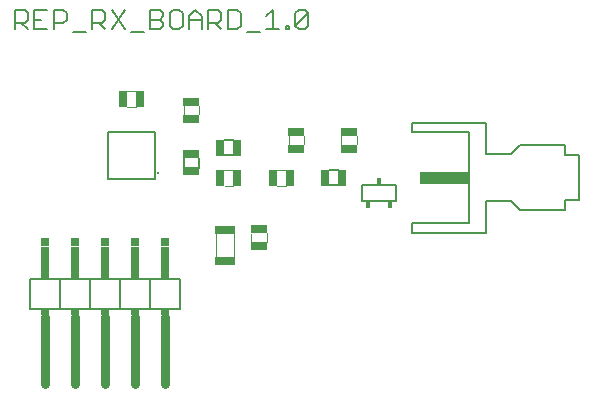
<source format=gto>
G75*
%MOIN*%
%OFA0B0*%
%FSLAX25Y25*%
%IPPOS*%
%LPD*%
%AMOC8*
5,1,8,0,0,1.08239X$1,22.5*
%
%ADD10C,0.00600*%
%ADD11C,0.00400*%
%ADD12R,0.06693X0.02953*%
%ADD13R,0.02953X0.05709*%
%ADD14R,0.05709X0.02953*%
%ADD15R,0.01800X0.02300*%
%ADD16C,0.03000*%
%ADD17R,0.03000X0.02000*%
%ADD18R,0.03000X0.04000*%
%ADD19R,0.03000X0.03000*%
%ADD20R,0.03000X0.07000*%
%ADD21R,0.02559X0.05512*%
%ADD22R,0.05512X0.02559*%
%ADD23C,0.00500*%
%ADD24C,0.01181*%
%ADD25C,0.00800*%
%ADD26R,0.16043X0.03937*%
D10*
X0013677Y0027500D02*
X0023677Y0027500D01*
X0033677Y0027500D01*
X0043677Y0027500D01*
X0053677Y0027500D01*
X0063677Y0027500D01*
X0063677Y0037500D01*
X0053677Y0037500D01*
X0043677Y0037500D01*
X0033677Y0037500D01*
X0023677Y0037500D01*
X0013677Y0037500D01*
X0013677Y0027500D01*
X0023677Y0027500D02*
X0023677Y0037500D01*
X0033677Y0037500D02*
X0033677Y0027500D01*
X0043677Y0027500D02*
X0043677Y0037500D01*
X0053677Y0037500D02*
X0053677Y0027500D01*
X0113313Y0068750D02*
X0116541Y0068750D01*
X0116541Y0073750D02*
X0113313Y0073750D01*
X0124327Y0068850D02*
X0126527Y0068850D01*
X0124327Y0068850D02*
X0124327Y0065650D01*
X0124327Y0063650D02*
X0124327Y0068850D01*
X0135527Y0068850D01*
X0133327Y0068850D01*
X0135527Y0068850D02*
X0135527Y0065650D01*
X0135527Y0063650D02*
X0124327Y0063650D01*
X0135527Y0063650D02*
X0135527Y0068850D01*
X0081541Y0078750D02*
X0078313Y0078750D01*
X0078313Y0083750D02*
X0081541Y0083750D01*
X0069927Y0077864D02*
X0069927Y0074636D01*
X0064927Y0074636D02*
X0064927Y0077864D01*
X0063445Y0120741D02*
X0061310Y0120741D01*
X0060242Y0121809D01*
X0060242Y0126079D01*
X0061310Y0127146D01*
X0063445Y0127146D01*
X0064512Y0126079D01*
X0064512Y0121809D01*
X0063445Y0120741D01*
X0066688Y0120741D02*
X0066688Y0125011D01*
X0068823Y0127146D01*
X0070958Y0125011D01*
X0070958Y0120741D01*
X0073133Y0120741D02*
X0073133Y0127146D01*
X0076336Y0127146D01*
X0077403Y0126079D01*
X0077403Y0123944D01*
X0076336Y0122876D01*
X0073133Y0122876D01*
X0070958Y0123944D02*
X0066688Y0123944D01*
X0058067Y0125011D02*
X0056999Y0123944D01*
X0053797Y0123944D01*
X0056999Y0123944D02*
X0058067Y0122876D01*
X0058067Y0121809D01*
X0056999Y0120741D01*
X0053797Y0120741D01*
X0053797Y0127146D01*
X0056999Y0127146D01*
X0058067Y0126079D01*
X0058067Y0125011D01*
X0051621Y0119673D02*
X0047351Y0119673D01*
X0045176Y0120741D02*
X0040906Y0127146D01*
X0038730Y0126079D02*
X0038730Y0123944D01*
X0037663Y0122876D01*
X0034460Y0122876D01*
X0036595Y0122876D02*
X0038730Y0120741D01*
X0040906Y0120741D02*
X0045176Y0127146D01*
X0038730Y0126079D02*
X0037663Y0127146D01*
X0034460Y0127146D01*
X0034460Y0120741D01*
X0032285Y0119673D02*
X0028015Y0119673D01*
X0024772Y0122876D02*
X0021569Y0122876D01*
X0021569Y0120741D02*
X0021569Y0127146D01*
X0024772Y0127146D01*
X0025839Y0126079D01*
X0025839Y0123944D01*
X0024772Y0122876D01*
X0019394Y0120741D02*
X0015124Y0120741D01*
X0015124Y0127146D01*
X0019394Y0127146D01*
X0017259Y0123944D02*
X0015124Y0123944D01*
X0012948Y0123944D02*
X0011881Y0122876D01*
X0008678Y0122876D01*
X0010813Y0122876D02*
X0012948Y0120741D01*
X0008678Y0120741D02*
X0008678Y0127146D01*
X0011881Y0127146D01*
X0012948Y0126079D01*
X0012948Y0123944D01*
X0075268Y0122876D02*
X0077403Y0120741D01*
X0079579Y0120741D02*
X0082781Y0120741D01*
X0083849Y0121809D01*
X0083849Y0126079D01*
X0082781Y0127146D01*
X0079579Y0127146D01*
X0079579Y0120741D01*
X0086024Y0119673D02*
X0090294Y0119673D01*
X0092470Y0120741D02*
X0096740Y0120741D01*
X0094605Y0120741D02*
X0094605Y0127146D01*
X0092470Y0125011D01*
X0098915Y0121809D02*
X0099983Y0121809D01*
X0099983Y0120741D01*
X0098915Y0120741D01*
X0098915Y0121809D01*
X0102138Y0121809D02*
X0106408Y0126079D01*
X0106408Y0121809D01*
X0105341Y0120741D01*
X0103205Y0120741D01*
X0102138Y0121809D01*
X0102138Y0126079D01*
X0103205Y0127146D01*
X0105341Y0127146D01*
X0106408Y0126079D01*
D11*
X0070026Y0095250D02*
X0070026Y0092348D01*
X0064829Y0092250D02*
X0064829Y0095250D01*
X0048927Y0094902D02*
X0045927Y0094902D01*
X0045927Y0100098D02*
X0048829Y0100098D01*
X0078427Y0073848D02*
X0081427Y0073848D01*
X0081427Y0068652D02*
X0078526Y0068652D01*
X0096026Y0068652D02*
X0098927Y0068652D01*
X0098927Y0073848D02*
X0095927Y0073848D01*
X0099829Y0082250D02*
X0099829Y0085250D01*
X0105026Y0085250D02*
X0105026Y0082348D01*
X0117329Y0082250D02*
X0117329Y0085250D01*
X0122526Y0085250D02*
X0122526Y0082348D01*
X0092526Y0052750D02*
X0092526Y0049750D01*
X0087329Y0049750D02*
X0087329Y0052652D01*
X0081776Y0052549D02*
X0081776Y0044951D01*
X0075579Y0044951D02*
X0075579Y0052549D01*
D12*
X0078674Y0053973D03*
X0078681Y0043527D03*
D13*
X0077104Y0071255D03*
X0082804Y0071255D03*
X0094604Y0071255D03*
X0100304Y0071255D03*
X0050251Y0097495D03*
X0044551Y0097495D03*
D14*
X0067423Y0096627D03*
X0067423Y0090927D03*
X0102423Y0086627D03*
X0102423Y0080927D03*
X0119923Y0080927D03*
X0119923Y0086627D03*
X0089932Y0054073D03*
X0089932Y0048373D03*
D15*
X0126227Y0062300D03*
X0133627Y0062300D03*
X0129927Y0070200D03*
D16*
X0018677Y0025000D02*
X0018677Y0002500D01*
X0028677Y0002500D02*
X0028677Y0025000D01*
X0038677Y0025000D02*
X0038677Y0002500D01*
X0048677Y0002500D02*
X0048677Y0025000D01*
X0058677Y0025000D02*
X0058677Y0002500D01*
D17*
X0058677Y0026500D03*
X0048677Y0026500D03*
X0038677Y0026500D03*
X0028677Y0026500D03*
X0018677Y0026500D03*
D18*
X0018677Y0039500D03*
X0028677Y0039500D03*
X0038677Y0039500D03*
X0048677Y0039500D03*
X0058677Y0039500D03*
D19*
X0058677Y0050000D03*
X0048677Y0050000D03*
X0038677Y0050000D03*
X0028677Y0050000D03*
X0018677Y0050000D03*
D20*
X0018677Y0045000D03*
X0028677Y0045000D03*
X0038677Y0045000D03*
X0048677Y0045000D03*
X0058677Y0045000D03*
D21*
X0077007Y0081256D03*
X0082807Y0081256D03*
X0112007Y0071256D03*
X0117807Y0071256D03*
D22*
X0067433Y0073370D03*
X0067433Y0079170D03*
D23*
X0055301Y0084262D02*
X0055301Y0086624D01*
X0052939Y0086624D01*
X0055301Y0086624D02*
X0039553Y0086624D01*
X0039553Y0084262D01*
X0039553Y0086624D02*
X0041915Y0086624D01*
X0039553Y0086624D02*
X0039553Y0070876D01*
X0039553Y0073238D01*
X0039553Y0070876D02*
X0041915Y0070876D01*
X0039553Y0070876D02*
X0055301Y0070876D01*
X0052939Y0070876D01*
X0055301Y0070876D02*
X0055301Y0073238D01*
X0055301Y0070876D02*
X0055301Y0086624D01*
D24*
X0056285Y0072844D03*
D25*
X0141157Y0086407D02*
X0159858Y0086407D01*
X0159858Y0056093D01*
X0141157Y0056093D01*
X0141157Y0052943D01*
X0165567Y0052943D01*
X0159858Y0052943D01*
X0165567Y0052943D02*
X0165567Y0063376D01*
X0174031Y0063376D01*
X0176984Y0060423D01*
X0191945Y0060423D01*
X0191945Y0063770D01*
X0196571Y0063770D01*
X0196571Y0078730D01*
X0191945Y0078730D01*
X0191945Y0082077D01*
X0176984Y0082077D01*
X0174031Y0079124D01*
X0165567Y0079124D01*
X0165567Y0089557D01*
X0159858Y0089557D01*
X0165567Y0089557D02*
X0141157Y0089557D01*
X0141157Y0086407D01*
D26*
X0151541Y0071250D03*
M02*

</source>
